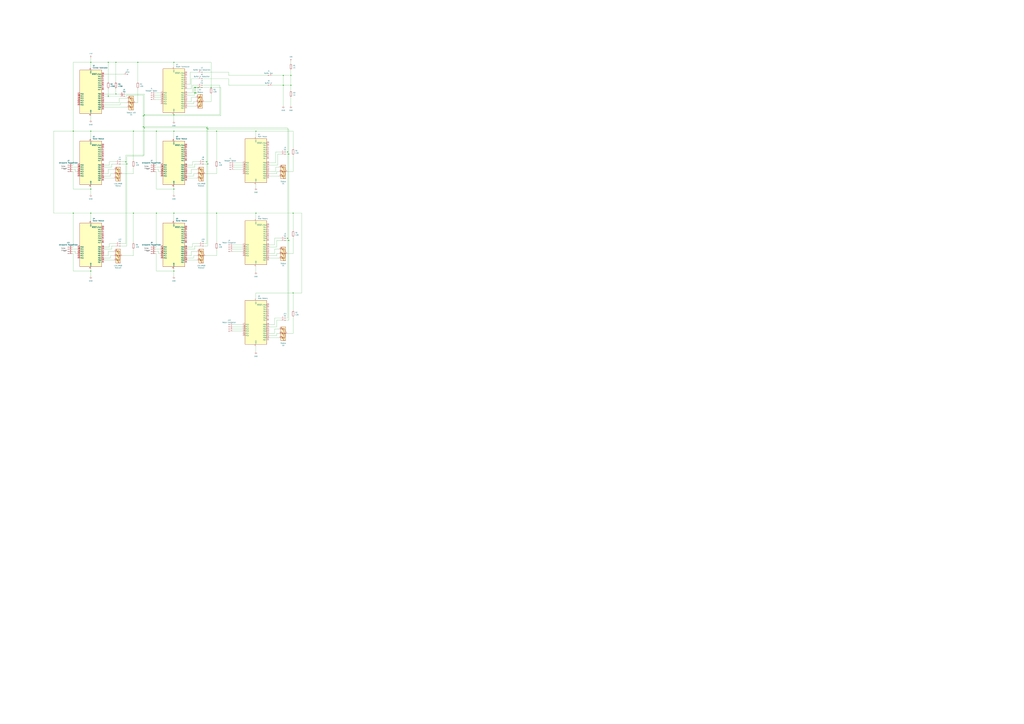
<source format=kicad_sch>
(kicad_sch (version 20231120) (generator "eeschema") (generator_version "8.0")
  (paper "A0")
  (lib_symbols
    (symbol "Connector:Conn_01x01_Pin" (pin_names (offset 1.016) hide)
      (property "Reference" "J" (at 0 2.54 0))
      (property "Value" "Conn_01x01_Pin" (at 0 -2.54 0))
      (symbol "Conn_01x01_Pin_1_1"
        (polyline (pts (xy 1.27 0) (xy 0.8636 0)) (stroke (width 0.1524)))
        (rectangle (start 0.8636 0.127) (end 0 -0.127) (stroke (width 0.1524)) (fill (type outline)))
        (pin passive line (at 5.08 0 180) (length 3.81) (name "Pin_1") (number "1"))
      )
    )
    (symbol "Connector:Conn_01x02_Pin" (pin_names (offset 1.016) hide)
      (property "Reference" "J" (at 0 2.54 0))
      (property "Value" "Conn_01x02_Pin" (at 0 -5.08 0))
      (symbol "Conn_01x02_Pin_1_1"
        (polyline (pts (xy 1.27 -2.54) (xy 0.8636 -2.54)) (stroke (width 0.1524)))
        (polyline (pts (xy 1.27 0) (xy 0.8636 0)) (stroke (width 0.1524)))
        (rectangle (start 0.8636 -2.413) (end 0 -2.667) (stroke (width 0.1524)) (fill (type outline)))
        (rectangle (start 0.8636 0.127) (end 0 -0.127) (stroke (width 0.1524)) (fill (type outline)))
        (pin passive line (at 5.08 0 180) (length 3.81) (name "Pin_1") (number "1"))
        (pin passive line (at 5.08 -2.54 180) (length 3.81) (name "Pin_2") (number "2"))
      )
    )
    (symbol "Connector:Conn_01x04_Pin" (pin_names (offset 1.016) hide)
      (property "Reference" "J" (at 0 5.08 0))
      (property "Value" "Conn_01x04_Pin" (at 0 -7.62 0))
      (symbol "Conn_01x04_Pin_1_1"
        (polyline (pts (xy 1.27 -5.08) (xy 0.8636 -5.08)) (stroke (width 0.1524)))
        (polyline (pts (xy 1.27 -2.54) (xy 0.8636 -2.54)) (stroke (width 0.1524)))
        (polyline (pts (xy 1.27 0) (xy 0.8636 0)) (stroke (width 0.1524)))
        (polyline (pts (xy 1.27 2.54) (xy 0.8636 2.54)) (stroke (width 0.1524)))
        (rectangle (start 0.8636 -4.953) (end 0 -5.207) (stroke (width 0.1524)) (fill (type outline)))
        (rectangle (start 0.8636 -2.413) (end 0 -2.667) (stroke (width 0.1524)) (fill (type outline)))
        (rectangle (start 0.8636 0.127) (end 0 -0.127) (stroke (width 0.1524)) (fill (type outline)))
        (rectangle (start 0.8636 2.667) (end 0 2.413) (stroke (width 0.1524)) (fill (type outline)))
        (pin passive line (at 5.08 2.54 180) (length 3.81) (name "Pin_1") (number "1"))
        (pin passive line (at 5.08 0 180) (length 3.81) (name "Pin_2") (number "2"))
        (pin passive line (at 5.08 -2.54 180) (length 3.81) (name "Pin_3") (number "3"))
        (pin passive line (at 5.08 -5.08 180) (length 3.81) (name "Pin_4") (number "4"))
      )
    )
    (symbol "Device:LED_ARGB" (pin_names (offset 0) hide)
      (property "Reference" "D" (at 0 9.398 0))
      (property "Value" "LED_ARGB" (at 0 -8.89 0))
      (symbol "LED_ARGB_0_0"
        (text "B" (at -1.905 -6.35 0) (effects (font (size 1.27 1.27))))
        (text "G" (at -1.905 -1.27 0) (effects (font (size 1.27 1.27))))
        (text "R" (at -1.905 3.81 0) (effects (font (size 1.27 1.27))))
      )
      (symbol "LED_ARGB_0_1"
        (polyline (pts (xy -1.27 -5.08) (xy -2.54 -5.08)))
        (polyline (pts (xy -1.27 -5.08) (xy 1.27 -5.08)))
        (polyline (pts (xy -1.27 -3.81) (xy -1.27 -6.35)) (stroke (width 0.254)))
        (polyline (pts (xy -1.27 0) (xy -2.54 0)))
        (polyline (pts (xy -1.27 1.27) (xy -1.27 -1.27)) (stroke (width 0.254)))
        (polyline (pts (xy -1.27 5.08) (xy -2.54 5.08)))
        (polyline (pts (xy -1.27 5.08) (xy 1.27 5.08)))
        (polyline (pts (xy -1.27 6.35) (xy -1.27 3.81)) (stroke (width 0.254)))
        (polyline (pts (xy 1.27 0) (xy -1.27 0)))
        (polyline (pts (xy 1.27 0) (xy 2.54 0)))
        (polyline (pts (xy -1.27 1.27) (xy -1.27 -1.27) (xy -1.27 -1.27)))
        (polyline (pts (xy -1.27 6.35) (xy -1.27 3.81) (xy -1.27 3.81)))
        (polyline (pts (xy 1.27 -5.08) (xy 2.032 -5.08) (xy 2.032 5.08) (xy 1.27 5.08)))
        (polyline (pts (xy 1.27 -3.81) (xy 1.27 -6.35) (xy -1.27 -5.08) (xy 1.27 -3.81)) (stroke (width 0.254)))
        (polyline (pts (xy 1.27 1.27) (xy 1.27 -1.27) (xy -1.27 0) (xy 1.27 1.27)) (stroke (width 0.254)))
        (polyline (pts (xy 1.27 6.35) (xy 1.27 3.81) (xy -1.27 5.08) (xy 1.27 6.35)) (stroke (width 0.254)))
        (polyline (pts (xy -1.016 -3.81) (xy 0.508 -2.286) (xy -0.254 -2.286) (xy 0.508 -2.286) (xy 0.508 -3.048)))
        (polyline (pts (xy -1.016 1.27) (xy 0.508 2.794) (xy -0.254 2.794) (xy 0.508 2.794) (xy 0.508 2.032)))
        (polyline (pts (xy -1.016 6.35) (xy 0.508 7.874) (xy -0.254 7.874) (xy 0.508 7.874) (xy 0.508 7.112)))
        (polyline (pts (xy 0 -3.81) (xy 1.524 -2.286) (xy 0.762 -2.286) (xy 1.524 -2.286) (xy 1.524 -3.048)))
        (polyline (pts (xy 0 1.27) (xy 1.524 2.794) (xy 0.762 2.794) (xy 1.524 2.794) (xy 1.524 2.032)))
        (polyline (pts (xy 0 6.35) (xy 1.524 7.874) (xy 0.762 7.874) (xy 1.524 7.874) (xy 1.524 7.112)))
        (rectangle (start 1.27 -1.27) (end 1.27 1.27))
        (rectangle (start 1.27 1.27) (end 1.27 1.27))
        (rectangle (start 1.27 3.81) (end 1.27 6.35))
        (rectangle (start 1.27 6.35) (end 1.27 6.35))
        (circle (center 2.032 0) (radius 0.254) (fill (type outline)))
        (rectangle (start 2.794 8.382) (end -2.794 -7.62) (stroke (width 0.254)) (fill (type background)))
      )
      (symbol "LED_ARGB_1_1"
        (pin passive line (at 5.08 0 180) (length 2.54) (name "A") (number "1"))
        (pin passive line (at -5.08 5.08 0) (length 2.54) (name "RK") (number "2"))
        (pin passive line (at -5.08 0 0) (length 2.54) (name "GK") (number "3"))
        (pin passive line (at -5.08 -5.08 0) (length 2.54) (name "BK") (number "4"))
      )
    )
    (symbol "Device:R" (pin_numbers hide) (pin_names (offset 0))
      (property "Reference" "R" (at 2.032 0 90))
      (property "Value" "R" (at 0 0 90))
      (symbol "R_0_1"
        (rectangle (start -1.016 -2.54) (end 1.016 2.54) (stroke (width 0.254)))
      )
      (symbol "R_1_1"
        (pin passive line (at 0 3.81 270) (length 1.27) (name "~") (number "1"))
        (pin passive line (at 0 -3.81 90) (length 1.27) (name "~") (number "2"))
      )
    )
    (symbol "MCU_Microchip_ATtiny:ATtiny1627-M"
      (property "Reference" "U" (at -12.7 26.67 0))
      (property "Value" "ATtiny1627-M" (at 2.54 -26.67 0))
      (symbol "ATtiny1627-M_0_1"
        (rectangle (start -12.7 -25.4) (end 12.7 25.4) (stroke (width 0.254)) (fill (type background)))
      )
      (symbol "ATtiny1627-M_1_1"
        (pin bidirectional line (at 15.24 15.24 180) (length 2.54) (name "PA2") (number "1"))
        (pin bidirectional line (at 15.24 -17.78 180) (length 2.54) (name "PB6") (number "10"))
        (pin bidirectional line (at 15.24 -15.24 180) (length 2.54) (name "PB5") (number "11"))
        (pin bidirectional line (at 15.24 -12.7 180) (length 2.54) (name "PB4") (number "12"))
        (pin bidirectional line (at 15.24 -10.16 180) (length 2.54) (name "PB3") (number "13"))
        (pin bidirectional line (at 15.24 -7.62 180) (length 2.54) (name "PB2") (number "14"))
        (pin bidirectional line (at 15.24 -5.08 180) (length 2.54) (name "PB1") (number "15"))
        (pin bidirectional line (at 15.24 -2.54 180) (length 2.54) (name "PB0") (number "16"))
        (pin bidirectional line (at -15.24 -2.54 0) (length 2.54) (name "PC0") (number "17"))
        (pin bidirectional line (at -15.24 -5.08 0) (length 2.54) (name "PC1") (number "18"))
        (pin bidirectional line (at -15.24 -7.62 0) (length 2.54) (name "PC2") (number "19"))
        (pin bidirectional line (at 15.24 12.7 180) (length 2.54) (name "PA3") (number "2"))
        (pin bidirectional line (at -15.24 -10.16 0) (length 2.54) (name "PC3") (number "20"))
        (pin bidirectional line (at -15.24 -12.7 0) (length 2.54) (name "PC4") (number "21"))
        (pin bidirectional line (at -15.24 -15.24 0) (length 2.54) (name "PC5") (number "22"))
        (pin bidirectional line (at 15.24 20.32 180) (length 2.54) (name "~{RESET}/PA0") (number "23"))
        (pin bidirectional line (at 15.24 17.78 180) (length 2.54) (name "PA1") (number "24"))
        (pin passive line (at 0 -27.94 90) (length 2.54) hide (name "GND") (number "25"))
        (pin power_in line (at 0 -27.94 90) (length 2.54) (name "GND") (number "3"))
        (pin power_in line (at 0 27.94 270) (length 2.54) (name "VCC") (number "4"))
        (pin bidirectional line (at 15.24 10.16 180) (length 2.54) (name "PA4") (number "5"))
        (pin bidirectional line (at 15.24 7.62 180) (length 2.54) (name "PA5") (number "6"))
        (pin bidirectional line (at 15.24 5.08 180) (length 2.54) (name "PA6") (number "7"))
        (pin bidirectional line (at 15.24 2.54 180) (length 2.54) (name "PA7") (number "8"))
        (pin bidirectional line (at 15.24 -20.32 180) (length 2.54) (name "PB7") (number "9"))
      )
    )
    (symbol "power:+4V" (power) (pin_numbers hide) (pin_names (offset 0) hide)
      (property "Value" "+4V" (at 0 3.556 0))
      (symbol "+4V_0_1"
        (polyline (pts (xy -0.762 1.27) (xy 0 2.54)))
        (polyline (pts (xy 0 0) (xy 0 2.54)))
        (polyline (pts (xy 0 2.54) (xy 0.762 1.27)))
      )
      (symbol "+4V_1_1"
        (pin power_in line (at 0 0 90) (length 0) (name "~") (number "1"))
      )
    )
    (symbol "power:+6V" (power) (pin_numbers hide) (pin_names (offset 0) hide)
      (property "Value" "+6V" (at 0 3.556 0))
      (symbol "+6V_0_1"
        (polyline (pts (xy -0.762 1.27) (xy 0 2.54)))
        (polyline (pts (xy 0 0) (xy 0 2.54)))
        (polyline (pts (xy 0 2.54) (xy 0.762 1.27)))
      )
      (symbol "+6V_1_1"
        (pin power_in line (at 0 0 90) (length 0) (name "~") (number "1"))
      )
    )
    (symbol "power:GND" (power) (pin_numbers hide) (pin_names (offset 0) hide)
      (property "Value" "GND" (at 0 -3.81 0))
      (symbol "GND_0_1"
        (polyline (pts (xy 0 0) (xy 0 -1.27) (xy 1.27 -1.27) (xy 0 -2.54) (xy -1.27 -1.27) (xy 0 -1.27)))
      )
      (symbol "GND_1_1"
        (pin power_in line (at 0 0 270) (length 0) (name "~") (number "1"))
      )
    )
  )
  (junction (at 105.41 152.4))
  (junction (at 334.01 276.86))
  (junction (at 181.61 152.4))
  (junction (at 166.37 147.32))
  (junction (at 181.61 247.65))
  (junction (at 335.28 279.4))
  (junction (at 337.82 87.63))
  (junction (at 167.64 133.35))
  (junction (at 105.41 72.39))
  (junction (at 227.33 101.6))
  (junction (at 240.03 148.59))
  (junction (at 226.06 101.6))
  (junction (at 201.93 152.4))
  (junction (at 328.93 87.63))
  (junction (at 201.93 133.35))
  (junction (at 335.28 179.07))
  (junction (at 226.06 107.95))
  (junction (at 227.33 107.95))
  (junction (at 154.94 247.65))
  (junction (at 240.03 187.96))
  (junction (at 201.93 72.39))
  (junction (at 146.05 187.96))
  (junction (at 241.3 190.5))
  (junction (at 125.73 72.39))
  (junction (at 105.41 219.71))
  (junction (at 297.18 152.4))
  (junction (at 334.01 176.53))
  (junction (at 245.11 101.6))
  (junction (at 167.64 148.59))
  (junction (at 328.93 99.06))
  (junction (at 125.73 111.76))
  (junction (at 105.41 247.65))
  (junction (at 251.46 152.4))
  (junction (at 297.18 247.65))
  (junction (at 147.32 190.5))
  (junction (at 166.37 134.62))
  (junction (at 337.82 99.06))
  (junction (at 229.87 101.6))
  (junction (at 251.46 247.65))
  (junction (at 85.09 152.4))
  (junction (at 241.3 149.86))
  (junction (at 340.36 247.65))
  (junction (at 134.62 109.22))
  (junction (at 201.93 247.65))
  (junction (at 105.41 314.96))
  (junction (at 201.93 314.96))
  (junction (at 85.09 247.65))
  (junction (at 340.36 340.36))
  (junction (at 160.02 72.39))
  (junction (at 154.94 152.4))
  (junction (at 201.93 219.71))
  (junction (at 134.62 72.39))
  (wire (pts (xy 87.63 292.1) (xy 83.82 292.1)))
  (wire (pts (xy 328.93 99.06) (xy 328.93 123.19)))
  (wire (pts (xy 320.04 176.53) (xy 326.39 176.53)))
  (wire (pts (xy 335.28 149.86) (xy 335.28 179.07)))
  (wire (pts (xy 184.15 294.64) (xy 184.15 292.1)))
  (wire (pts (xy 240.03 187.96) (xy 240.03 283.21)))
  (wire (pts (xy 236.22 283.21) (xy 240.03 283.21)))
  (wire (pts (xy 85.09 287.02) (xy 85.09 247.65)))
  (wire (pts (xy 270.51 292.1) (xy 281.94 292.1)))
  (wire (pts (xy 180.34 113.03) (xy 186.69 113.03)))
  (wire (pts (xy 224.79 201.93) (xy 228.6 201.93)))
  (wire (pts (xy 180.34 199.39) (xy 181.61 199.39)))
  (wire (pts (xy 241.3 149.86) (xy 241.3 190.5)))
  (wire (pts (xy 322.58 191.77) (xy 322.58 179.07)))
  (wire (pts (xy 201.93 72.39) (xy 201.93 77.47)))
  (wire (pts (xy 201.93 314.96) (xy 201.93 321.31)))
  (wire (pts (xy 217.17 297.18) (xy 222.25 297.18)))
  (wire (pts (xy 328.93 87.63) (xy 337.82 87.63)))
  (wire (pts (xy 331.47 276.86) (xy 334.01 276.86)))
  (wire (pts (xy 167.64 180.34) (xy 146.05 180.34)))
  (wire (pts (xy 312.42 204.47) (xy 323.85 204.47)))
  (wire (pts (xy 245.11 72.39) (xy 245.11 101.6)))
  (wire (pts (xy 226.06 194.31) (xy 226.06 190.5)))
  (wire (pts (xy 245.11 109.22) (xy 245.11 118.11)))
  (wire (pts (xy 120.65 109.22) (xy 134.62 109.22)))
  (wire (pts (xy 245.11 101.6) (xy 256.54 101.6)))
  (wire (pts (xy 120.65 302.26) (xy 132.08 302.26)))
  (wire (pts (xy 321.31 389.89) (xy 321.31 387.35)))
  (wire (pts (xy 297.18 152.4) (xy 297.18 158.75)))
  (wire (pts (xy 105.41 219.71) (xy 105.41 226.06)))
  (wire (pts (xy 128.27 204.47) (xy 128.27 201.93)))
  (wire (pts (xy 184.15 199.39) (xy 184.15 196.85)))
  (wire (pts (xy 201.93 152.4) (xy 201.93 161.29)))
  (wire (pts (xy 217.17 120.65) (xy 224.79 120.65)))
  (wire (pts (xy 297.18 340.36) (xy 297.18 346.71)))
  (wire (pts (xy 240.03 148.59) (xy 240.03 187.96)))
  (wire (pts (xy 234.95 187.96) (xy 240.03 187.96)))
  (wire (pts (xy 160.02 72.39) (xy 201.93 72.39)))
  (wire (pts (xy 201.93 217.17) (xy 201.93 219.71)))
  (wire (pts (xy 312.42 392.43) (xy 323.85 392.43)))
  (wire (pts (xy 160.02 72.39) (xy 134.62 72.39)))
  (wire (pts (xy 142.24 297.18) (xy 154.94 297.18)))
  (wire (pts (xy 166.37 147.32) (xy 166.37 181.61)))
  (wire (pts (xy 134.62 72.39) (xy 134.62 95.25)))
  (wire (pts (xy 166.37 110.49) (xy 166.37 134.62)))
  (wire (pts (xy 105.41 152.4) (xy 105.41 161.29)))
  (wire (pts (xy 265.43 99.06) (xy 311.15 99.06)))
  (wire (pts (xy 85.09 152.4) (xy 105.41 152.4)))
  (wire (pts (xy 229.87 101.6) (xy 229.87 107.95)))
  (wire (pts (xy 125.73 72.39) (xy 105.41 72.39)))
  (wire (pts (xy 297.18 309.88) (xy 297.18 316.23)))
  (wire (pts (xy 222.25 292.1) (xy 228.6 292.1)))
  (wire (pts (xy 181.61 287.02) (xy 181.61 247.65)))
  (wire (pts (xy 312.42 189.23) (xy 320.04 189.23)))
  (wire (pts (xy 120.65 119.38) (xy 138.43 119.38)))
  (wire (pts (xy 312.42 377.19) (xy 318.77 377.19)))
  (wire (pts (xy 217.17 123.19) (xy 227.33 123.19)))
  (wire (pts (xy 224.79 118.11) (xy 227.33 118.11)))
  (wire (pts (xy 224.79 120.65) (xy 224.79 118.11)))
  (wire (pts (xy 180.34 194.31) (xy 186.69 194.31)))
  (wire (pts (xy 217.17 194.31) (xy 226.06 194.31)))
  (wire (pts (xy 321.31 279.4) (xy 326.39 279.4)))
  (wire (pts (xy 201.93 247.65) (xy 201.93 256.54)))
  (wire (pts (xy 144.78 109.22) (xy 167.64 109.22)))
  (wire (pts (xy 226.06 289.56) (xy 226.06 285.75)))
  (wire (pts (xy 83.82 199.39) (xy 85.09 199.39)))
  (wire (pts (xy 297.18 402.59) (xy 297.18 408.94)))
  (wire (pts (xy 83.82 194.31) (xy 90.17 194.31)))
  (wire (pts (xy 167.64 148.59) (xy 240.03 148.59)))
  (wire (pts (xy 340.36 247.65) (xy 350.52 247.65)))
  (wire (pts (xy 181.61 199.39) (xy 181.61 219.71)))
  (wire (pts (xy 139.7 121.92) (xy 139.7 119.38)))
  (wire (pts (xy 297.18 214.63) (xy 297.18 218.44)))
  (wire (pts (xy 222.25 196.85) (xy 228.6 196.85)))
  (wire (pts (xy 331.47 279.4) (xy 335.28 279.4)))
  (wire (pts (xy 129.54 289.56) (xy 129.54 285.75)))
  (wire (pts (xy 251.46 186.69) (xy 251.46 152.4)))
  (wire (pts (xy 120.65 111.76) (xy 125.73 111.76)))
  (wire (pts (xy 83.82 287.02) (xy 85.09 287.02)))
  (wire (pts (xy 318.77 276.86) (xy 326.39 276.86)))
  (wire (pts (xy 180.34 191.77) (xy 181.61 191.77)))
  (wire (pts (xy 217.17 102.87) (xy 222.25 102.87)))
  (wire (pts (xy 223.52 187.96) (xy 231.14 187.96)))
  (wire (pts (xy 241.3 149.86) (xy 335.28 149.86)))
  (wire (pts (xy 241.3 190.5) (xy 241.3 285.75)))
  (wire (pts (xy 340.36 360.68) (xy 340.36 340.36)))
  (wire (pts (xy 229.87 101.6) (xy 245.11 101.6)))
  (wire (pts (xy 120.65 201.93) (xy 125.73 201.93)))
  (wire (pts (xy 226.06 107.95) (xy 224.79 107.95)))
  (wire (pts (xy 154.94 281.94) (xy 154.94 247.65)))
  (wire (pts (xy 160.02 72.39) (xy 160.02 95.25)))
  (wire (pts (xy 87.63 196.85) (xy 83.82 196.85)))
  (wire (pts (xy 312.42 201.93) (xy 321.31 201.93)))
  (wire (pts (xy 328.93 99.06) (xy 337.82 99.06)))
  (wire (pts (xy 201.93 312.42) (xy 201.93 314.96)))
  (wire (pts (xy 217.17 302.26) (xy 228.6 302.26)))
  (wire (pts (xy 312.42 284.48) (xy 318.77 284.48)))
  (wire (pts (xy 166.37 134.62) (xy 166.37 147.32)))
  (wire (pts (xy 224.79 299.72) (xy 224.79 297.18)))
  (wire (pts (xy 236.22 285.75) (xy 241.3 285.75)))
  (wire (pts (xy 167.64 109.22) (xy 167.64 133.35)))
  (wire (pts (xy 321.31 201.93) (xy 321.31 199.39)))
  (wire (pts (xy 331.47 179.07) (xy 335.28 179.07)))
  (wire (pts (xy 181.61 314.96) (xy 201.93 314.96)))
  (wire (pts (xy 316.23 99.06) (xy 328.93 99.06)))
  (wire (pts (xy 340.36 267.97) (xy 340.36 247.65)))
  (wire (pts (xy 127 191.77) (xy 127 187.96)))
  (wire (pts (xy 318.77 387.35) (xy 318.77 382.27)))
  (wire (pts (xy 222.25 201.93) (xy 222.25 196.85)))
  (wire (pts (xy 181.61 152.4) (xy 201.93 152.4)))
  (wire (pts (xy 223.52 287.02) (xy 223.52 283.21)))
  (wire (pts (xy 217.17 299.72) (xy 224.79 299.72)))
  (wire (pts (xy 128.27 299.72) (xy 128.27 297.18)))
  (wire (pts (xy 85.09 152.4) (xy 85.09 72.39)))
  (wire (pts (xy 270.51 377.19) (xy 281.94 377.19)))
  (wire (pts (xy 316.23 87.63) (xy 328.93 87.63)))
  (wire (pts (xy 120.65 289.56) (xy 129.54 289.56)))
  (wire (pts (xy 312.42 299.72) (xy 323.85 299.72)))
  (wire (pts (xy 125.73 297.18) (xy 125.73 292.1)))
  (wire (pts (xy 251.46 152.4) (xy 297.18 152.4)))
  (wire (pts (xy 312.42 387.35) (xy 318.77 387.35)))
  (wire (pts (xy 138.43 190.5) (xy 147.32 190.5)))
  (wire (pts (xy 120.65 121.92) (xy 139.7 121.92)))
  (wire (pts (xy 265.43 91.44) (xy 265.43 99.06)))
  (wire (pts (xy 154.94 186.69) (xy 154.94 152.4)))
  (wire (pts (xy 105.41 314.96) (xy 105.41 321.31)))
  (wire (pts (xy 312.42 294.64) (xy 318.77 294.64)))
  (wire (pts (xy 227.33 107.95) (xy 226.06 107.95)))
  (wire (pts (xy 138.43 119.38) (xy 138.43 114.3)))
  (wire (pts (xy 217.17 118.11) (xy 222.25 118.11)))
  (wire (pts (xy 321.31 294.64) (xy 323.85 294.64)))
  (wire (pts (xy 87.63 294.64) (xy 87.63 292.1)))
  (wire (pts (xy 154.94 152.4) (xy 181.61 152.4)))
  (wire (pts (xy 85.09 199.39) (xy 85.09 219.71)))
  (wire (pts (xy 157.48 119.38) (xy 160.02 119.38)))
  (wire (pts (xy 223.52 99.06) (xy 229.87 99.06)))
  (wire (pts (xy 128.27 297.18) (xy 132.08 297.18)))
  (wire (pts (xy 167.64 133.35) (xy 201.93 133.35)))
  (wire (pts (xy 134.62 102.87) (xy 134.62 109.22)))
  (wire (pts (xy 120.65 287.02) (xy 127 287.02)))
  (wire (pts (xy 223.52 107.95) (xy 223.52 99.06)))
  (wire (pts (xy 105.41 247.65) (xy 105.41 256.54)))
  (wire (pts (xy 125.73 102.87) (xy 125.73 111.76)))
  (wire (pts (xy 222.25 118.11) (xy 222.25 113.03)))
  (wire (pts (xy 224.79 101.6) (xy 224.79 107.95)))
  (wire (pts (xy 251.46 281.94) (xy 251.46 247.65)))
  (wire (pts (xy 321.31 387.35) (xy 323.85 387.35)))
  (wire (pts (xy 90.17 199.39) (xy 87.63 199.39)))
  (wire (pts (xy 234.95 99.06) (xy 255.27 99.06)))
  (wire (pts (xy 318.77 294.64) (xy 318.77 289.56)))
  (wire (pts (xy 154.94 201.93) (xy 154.94 194.31)))
  (wire (pts (xy 321.31 199.39) (xy 323.85 199.39)))
  (wire (pts (xy 271.78 194.31) (xy 281.94 194.31)))
  (wire (pts (xy 62.23 247.65) (xy 62.23 152.4)))
  (wire (pts (xy 139.7 283.21) (xy 146.05 283.21)))
  (wire (pts (xy 167.64 148.59) (xy 167.64 180.34)))
  (wire (pts (xy 270.51 289.56) (xy 281.94 289.56)))
  (wire (pts (xy 85.09 191.77) (xy 85.09 152.4)))
  (wire (pts (xy 251.46 201.93) (xy 251.46 194.31)))
  (wire (pts (xy 312.42 379.73) (xy 321.31 379.73)))
  (wire (pts (xy 265.43 83.82) (xy 265.43 87.63)))
  (wire (pts (xy 318.77 382.27) (xy 323.85 382.27)))
  (wire (pts (xy 271.78 189.23) (xy 281.94 189.23)))
  (wire (pts (xy 223.52 283.21) (xy 231.14 283.21)))
  (wire (pts (xy 321.31 372.11) (xy 326.39 372.11)))
  (wire (pts (xy 184.15 292.1) (xy 180.34 292.1)))
  (wire (pts (xy 238.76 297.18) (xy 251.46 297.18)))
  (wire (pts (xy 120.65 86.36) (xy 143.51 86.36)))
  (wire (pts (xy 312.42 389.89) (xy 321.31 389.89)))
  (wire (pts (xy 340.36 387.35) (xy 334.01 387.35)))
  (wire (pts (xy 154.94 152.4) (xy 105.41 152.4)))
  (wire (pts (xy 265.43 87.63) (xy 311.15 87.63)))
  (wire (pts (xy 186.69 294.64) (xy 184.15 294.64)))
  (wire (pts (xy 83.82 191.77) (xy 85.09 191.77)))
  (wire (pts (xy 87.63 199.39) (xy 87.63 196.85)))
  (wire (pts (xy 337.82 71.12) (xy 337.82 73.66)))
  (wire (pts (xy 222.25 297.18) (xy 222.25 292.1)))
  (wire (pts (xy 127 287.02) (xy 127 283.21)))
  (wire (pts (xy 224.79 204.47) (xy 224.79 201.93)))
  (wire (pts (xy 270.51 384.81) (xy 281.94 384.81)))
  (wire (pts (xy 139.7 119.38) (xy 147.32 119.38)))
  (wire (pts (xy 134.62 72.39) (xy 125.73 72.39)))
  (wire (pts (xy 217.17 110.49) (xy 226.06 110.49)))
  (wire (pts (xy 181.61 219.71) (xy 201.93 219.71)))
  (wire (pts (xy 270.51 284.48) (xy 281.94 284.48)))
  (wire (pts (xy 226.06 110.49) (xy 226.06 107.95)))
  (wire (pts (xy 340.36 247.65) (xy 297.18 247.65)))
  (wire (pts (xy 105.41 67.31) (xy 105.41 72.39)))
  (wire (pts (xy 181.61 191.77) (xy 181.61 152.4)))
  (wire (pts (xy 217.17 191.77) (xy 223.52 191.77)))
  (wire (pts (xy 180.34 115.57) (xy 186.69 115.57)))
  (wire (pts (xy 129.54 190.5) (xy 134.62 190.5)))
  (wire (pts (xy 105.41 72.39) (xy 105.41 78.74)))
  (wire (pts (xy 320.04 194.31) (xy 323.85 194.31)))
  (wire (pts (xy 251.46 297.18) (xy 251.46 289.56)))
  (wire (pts (xy 217.17 97.79) (xy 220.98 97.79)))
  (wire (pts (xy 180.34 287.02) (xy 181.61 287.02)))
  (wire (pts (xy 334.01 199.39) (xy 340.36 199.39)))
  (wire (pts (xy 166.37 134.62) (xy 256.54 134.62)))
  (wire (pts (xy 255.27 133.35) (xy 255.27 99.06)))
  (wire (pts (xy 120.65 204.47) (xy 128.27 204.47)))
  (wire (pts (xy 270.51 379.73) (xy 281.94 379.73)))
  (wire (pts (xy 340.36 368.3) (xy 340.36 387.35)))
  (wire (pts (xy 85.09 314.96) (xy 105.41 314.96)))
  (wire (pts (xy 120.65 297.18) (xy 125.73 297.18)))
  (wire (pts (xy 142.24 201.93) (xy 154.94 201.93)))
  (wire (pts (xy 335.28 179.07) (xy 335.28 279.4)))
  (wire (pts (xy 256.54 134.62) (xy 256.54 101.6)))
  (wire (pts (xy 226.06 101.6) (xy 224.79 101.6)))
  (wire (pts (xy 125.73 196.85) (xy 132.08 196.85)))
  (wire (pts (xy 85.09 219.71) (xy 105.41 219.71)))
  (wire (pts (xy 350.52 247.65) (xy 350.52 340.36)))
  (wire (pts (xy 181.61 294.64) (xy 181.61 314.96)))
  (wire (pts (xy 271.78 196.85) (xy 281.94 196.85)))
  (wire (pts (xy 224.79 297.18) (xy 228.6 297.18)))
  (wire (pts (xy 222.25 113.03) (xy 227.33 113.03)))
  (wire (pts (xy 85.09 247.65) (xy 62.23 247.65)))
  (wire (pts (xy 147.32 181.61) (xy 147.32 190.5)))
  (wire (pts (xy 83.82 289.56) (xy 90.17 289.56)))
  (wire (pts (xy 340.36 172.72) (xy 340.36 152.4)))
  (wire (pts (xy 337.82 113.03) (xy 337.82 123.19)))
  (wire (pts (xy 120.65 191.77) (xy 127 191.77)))
  (wire (pts (xy 154.94 247.65) (xy 181.61 247.65)))
  (wire (pts (xy 217.17 107.95) (xy 223.52 107.95)))
  (wire (pts (xy 331.47 176.53) (xy 334.01 176.53)))
  (wire (pts (xy 321.31 379.73) (xy 321.31 372.11)))
  (wire (pts (xy 312.42 297.18) (xy 321.31 297.18)))
  (wire (pts (xy 85.09 247.65) (xy 105.41 247.65)))
  (wire (pts (xy 234.95 83.82) (xy 265.43 83.82)))
  (wire (pts (xy 154.94 297.18) (xy 154.94 289.56)))
  (wire (pts (xy 147.32 111.76) (xy 147.32 110.49)))
  (wire (pts (xy 334.01 148.59) (xy 334.01 176.53)))
  (wire (pts (xy 166.37 181.61) (xy 147.32 181.61)))
  (wire (pts (xy 85.09 72.39) (xy 105.41 72.39)))
  (wire (pts (xy 227.33 101.6) (xy 227.33 107.95)))
  (wire (pts (xy 270.51 287.02) (xy 281.94 287.02)))
  (wire (pts (xy 167.64 133.35) (xy 167.64 148.59)))
  (wire (pts (xy 226.06 190.5) (xy 231.14 190.5)))
  (wire (pts (xy 129.54 285.75) (xy 134.62 285.75)))
  (wire (pts (xy 180.34 294.64) (xy 181.61 294.64)))
  (wire (pts (xy 220.98 83.82) (xy 229.87 83.82)))
  (wire (pts (xy 201.93 219.71) (xy 201.93 226.06)))
  (wire (pts (xy 226.06 101.6) (xy 226.06 107.95)))
  (wire (pts (xy 321.31 287.02) (xy 321.31 279.4)))
  (wire (pts (xy 241.3 147.32) (xy 241.3 149.86)))
  (wire (pts (xy 146.05 187.96) (xy 146.05 283.21)))
  (wire (pts (xy 217.17 287.02) (xy 223.52 287.02)))
  (wire (pts (xy 125.73 72.39) (xy 125.73 95.25)))
  (wire (pts (xy 217.17 204.47) (xy 224.79 204.47)))
  (wire (pts (xy 62.23 152.4) (xy 85.09 152.4)))
  (wire (pts (xy 350.52 340.36) (xy 340.36 340.36)))
  (wire (pts (xy 160.02 102.87) (xy 160.02 119.38)))
  (wire (pts (xy 201.93 133.35) (xy 255.27 133.35)))
  (wire (pts (xy 337.82 99.06) (xy 337.82 105.41)))
  (wire (pts (xy 223.52 191.77) (xy 223.52 187.96)))
  (wire (pts (xy 320.04 189.23) (xy 320.04 176.53)))
  (wire (pts (xy 154.94 247.65) (xy 105.41 247.65)))
  (wire (pts (xy 226.06 101.6) (xy 227.33 101.6)))
  (wire (pts (xy 271.78 191.77) (xy 281.94 191.77)))
  (wire (pts (xy 83.82 294.64) (xy 85.09 294.64)))
  (wire (pts (xy 340.36 275.59) (xy 340.36 294.64)))
  (wire (pts (xy 322.58 179.07) (xy 326.39 179.07)))
  (wire (pts (xy 331.47 372.11) (xy 335.28 372.11)))
  (wire (pts (xy 125.73 201.93) (xy 125.73 196.85)))
  (wire (pts (xy 128.27 201.93) (xy 132.08 201.93)))
  (wire (pts (xy 186.69 199.39) (xy 184.15 199.39)))
  (wire (pts (xy 85.09 294.64) (xy 85.09 314.96)))
  (wire (pts (xy 238.76 201.93) (xy 251.46 201.93)))
  (wire (pts (xy 217.17 201.93) (xy 222.25 201.93)))
  (wire (pts (xy 147.32 110.49) (xy 166.37 110.49)))
  (wire (pts (xy 125.73 292.1) (xy 132.08 292.1)))
  (wire (pts (xy 270.51 382.27) (xy 281.94 382.27)))
  (wire (pts (xy 181.61 247.65) (xy 201.93 247.65)))
  (wire (pts (xy 120.65 124.46) (xy 147.32 124.46)))
  (wire (pts (xy 337.82 87.63) (xy 337.82 99.06)))
  (wire (pts (xy 334.01 276.86) (xy 334.01 369.57)))
  (wire (pts (xy 146.05 180.34) (xy 146.05 187.96)))
  (wire (pts (xy 217.17 289.56) (xy 226.06 289.56)))
  (wire (pts (xy 234.95 91.44) (xy 265.43 91.44)))
  (wire (pts (xy 201.93 133.35) (xy 201.93 140.97)))
  (wire (pts (xy 139.7 187.96) (xy 146.05 187.96)))
  (wire (pts (xy 328.93 87.63) (xy 328.93 99.06)))
  (wire (pts (xy 120.65 207.01) (xy 132.08 207.01)))
  (wire (pts (xy 340.36 294.64) (xy 334.01 294.64)))
  (wire (pts (xy 134.62 109.22) (xy 139.7 109.22)))
  (wire (pts (xy 331.47 369.57) (xy 334.01 369.57)))
  (wire (pts (xy 237.49 118.11) (xy 245.11 118.11)))
  (wire (pts (xy 251.46 152.4) (xy 201.93 152.4)))
  (wire (pts (xy 340.36 199.39) (xy 340.36 180.34)))
  (wire (pts (xy 318.77 377.19) (xy 318.77 369.57)))
  (wire (pts (xy 297.18 152.4) (xy 340.36 152.4)))
  (wire (pts (xy 220.98 97.79) (xy 220.98 83.82)))
  (wire (pts (xy 105.41 217.17) (xy 105.41 219.71)))
  (wire (pts (xy 229.87 107.95) (xy 227.33 107.95)))
  (wire (pts (xy 251.46 247.65) (xy 201.93 247.65)))
  (wire (pts (xy 217.17 207.01) (xy 228.6 207.01)))
  (wire (pts (xy 226.06 285.75) (xy 231.14 285.75)))
  (wire (pts (xy 222.25 91.44) (xy 229.87 91.44)))
  (wire (pts (xy 297.18 247.65) (xy 297.18 254)))
  (wire (pts (xy 321.31 297.18) (xy 321.31 294.64)))
  (wire (pts (xy 127 187.96) (xy 134.62 187.96)))
  (wire (pts (xy 105.41 134.62) (xy 105.41 139.7)))
  (wire (pts (xy 105.41 312.42) (xy 105.41 314.96)))
  (wire (pts (xy 229.87 101.6) (xy 227.33 101.6)))
  (wire (pts (xy 335.28 279.4) (xy 335.28 372.11)))
  (wire (pts (xy 180.34 289.56) (xy 186.69 289.56)))
  (wire (pts (xy 125.73 111.76) (xy 139.7 111.76)))
  (wire (pts (xy 138.43 114.3) (xy 147.32 114.3)))
  (wire (pts (xy 318.77 369.57) (xy 326.39 369.57)))
  (wire (pts (xy 180.34 107.95) (xy 186.69 107.95)))
  (wire (pts (xy 312.42 199.39) (xy 320.04 199.39)))
  (wire (pts (xy 127 283.21) (xy 134.62 283.21)))
  (wire (pts (xy 334.01 176.53) (xy 334.01 276.86)))
  (wire (pts (xy 166.37 147.32) (xy 241.3 147.32)))
  (wire (pts (xy 201.93 72.39) (xy 245.11 72.39)))
  (wire (pts (xy 129.54 194.31) (xy 129.54 190.5)))
  (wire (pts (xy 340.36 340.36) (xy 297.18 340.36)))
  (wire (pts (xy 90.17 294.64) (xy 87.63 294.64)))
  (wire (pts (xy 234.95 190.5) (xy 241.3 190.5)))
  (wire (pts (xy 184.15 196.85) (xy 180.34 196.85)))
  (wire (pts (xy 180.34 110.49) (xy 186.69 110.49)))
  (wire (pts (xy 139.7 285.75) (xy 147.32 285.75)))
  (wire (pts (xy 312.42 191.77) (xy 322.58 191.77)))
  (wire (pts (xy 337.82 81.28) (xy 337.82 87.63)))
  (wire (pts (xy 320.04 199.39) (xy 320.04 194.31)))
  (wire (pts (xy 240.03 148.59) (xy 334.01 148.59)))
  (wire (pts (xy 144.78 111.76) (xy 147.32 111.76)))
  (wire (pts (xy 251.46 247.65) (xy 297.18 247.65)))
  (wire (pts (xy 318.77 289.56) (xy 323.85 289.56)))
  (wire (pts (xy 120.65 194.31) (xy 129.54 194.31)))
  (wire (pts (xy 312.42 287.02) (xy 321.31 287.02)))
  (wire (pts (xy 318.77 284.48) (xy 318.77 276.86)))
  (wire (pts (xy 147.32 190.5) (xy 147.32 285.75)))
  (wire (pts (xy 222.25 102.87) (xy 222.25 91.44)))
  (wire (pts (xy 120.65 299.72) (xy 128.27 299.72)))
  (label "Echo" (at 167.64 194.31 0))
  (label "Echo" (at 71.12 194.31 0))
  (label "Trigger" (at 71.12 292.1 0))
  (label "Trigger" (at 167.64 196.85 0))
  (label "Trigger" (at 71.12 196.85 0))
  (label "Trigger" (at 167.64 292.1 0))
  (label "Echo" (at 167.64 289.56 0))
  (label "Echo" (at 71.12 289.56 0))
  (symbol (lib_id "power:GND") (at 201.93 321.31 0) (unit 1)
    (property "Reference" "#PWR09" (effects (hide yes)))
    (property "Value" "GND" (at 201.93 326.39 0))
    (property "Description" "Power symbol creates a global label with name \"GND\" , ground" (effects (hide yes)))
  )
  (symbol (lib_id "Device:LED_ARGB") (at 137.16 297.18 0) (mirror x) (unit 1)
    (property "Reference" "Status3" (at 137.16 311.15 0))
    (property "Value" "LED_ARGB" (at 137.16 308.61 0))
    (property "Description" "RGB LED, anode/red/green/blue" (effects (hide yes)))
  )
  (symbol (lib_id "power:GND") (at 297.18 316.23 0) (unit 1)
    (property "Reference" "#PWR02" (effects (hide yes)))
    (property "Value" "GND" (at 297.18 321.31 0))
    (property "Description" "Power symbol creates a global label with name \"GND\" , ground" (effects (hide yes)))
  )
  (symbol (lib_id "Connector:Conn_01x04_Pin") (at 78.74 289.56 0) (unit 1)
    (property "Reference" "J11" (at 79.375 281.94 0))
    (property "Value" "Ultrasonic Rangefinder" (at 79.375 284.48 0))
    (property "Description" "Generic connector, single row, 01x04, script generated" (effects (hide yes)))
  )
  (symbol (lib_id "Device:R") (at 340.36 271.78 0) (unit 1)
    (property "Reference" "R1" (at 342.9 270.5099 0) (effects (justify left)))
    (property "Value" "120" (at 342.9 273.0499 0) (effects (justify left)))
    (property "Description" "Resistor" (effects (hide yes)))
  )
  (symbol (lib_id "Connector:Conn_01x04_Pin") (at 175.26 194.31 0) (unit 1)
    (property "Reference" "J7" (at 175.895 186.69 0))
    (property "Value" "Ultrasonic Rangefinder" (at 175.895 189.23 0))
    (property "Description" "Generic connector, single row, 01x04, script generated" (effects (hide yes)))
  )
  (symbol (lib_id "Device:R") (at 245.11 105.41 0) (unit 1)
    (property "Reference" "R3" (at 247.65 104.1399 0) (effects (justify left)))
    (property "Value" "120" (at 247.65 106.6799 0) (effects (justify left)))
    (property "Description" "Resistor" (effects (hide yes)))
  )
  (symbol (lib_id "power:GND") (at 337.82 123.19 0) (unit 1)
    (property "Reference" "#PWR04" (effects (hide yes)))
    (property "Value" "GND" (at 337.82 128.27 0))
    (property "Description" "Power symbol creates a global label with name \"GND\" , ground" (effects (hide yes)))
  )
  (symbol (lib_id "Connector:Conn_01x02_Pin") (at 144.78 109.22 0) (mirror y) (unit 1)
    (property "Reference" "J1" (at 144.145 104.14 0))
    (property "Value" "TWI" (at 144.145 106.68 0))
    (property "Description" "Generic connector, single row, 01x02, script generated" (effects (hide yes)))
  )
  (symbol (lib_id "Connector:Conn_01x04_Pin") (at 175.26 289.56 0) (unit 1)
    (property "Reference" "J9" (at 175.895 281.94 0))
    (property "Value" "Ultrasonic Rangefinder" (at 175.895 284.48 0))
    (property "Description" "Generic connector, single row, 01x04, script generated" (effects (hide yes)))
  )
  (symbol (lib_id "Connector:Conn_01x01_Pin") (at 148.59 86.36 0) (mirror y) (unit 1)
    (property "Reference" "J2" (at 147.955 81.28 0))
    (property "Value" "UPDI" (at 147.955 83.82 0))
    (property "Description" "Generic connector, single row, 01x01, script generated" (effects (hide yes)))
  )
  (symbol (lib_id "Connector:Conn_01x04_Pin") (at 175.26 110.49 0) (unit 1)
    (property "Reference" "J1" (at 175.895 102.87 0))
    (property "Value" "Stepper Motor" (at 175.895 105.41 0))
    (property "Description" "Generic connector, single row, 01x04, script generated" (effects (hide yes)))
  )
  (symbol (lib_id "Device:LED_ARGB") (at 232.41 118.11 0) (unit 1)
    (property "Reference" "D1" (at 232.41 104.14 0))
    (property "Value" "Status" (at 232.664 107.188 0))
    (property "Description" "RGB LED, anode/red/green/blue" (effects (hide yes)))
  )
  (symbol (lib_id "Device:R") (at 340.36 364.49 0) (unit 1)
    (property "Reference" "R7" (at 342.9 363.2199 0) (effects (justify left)))
    (property "Value" "120" (at 342.9 365.7599 0) (effects (justify left)))
    (property "Description" "Resistor" (effects (hide yes)))
  )
  (symbol (lib_id "Connector:Conn_01x04_Pin") (at 78.74 194.31 0) (unit 1)
    (property "Reference" "J2" (at 79.375 186.69 0))
    (property "Value" "Ultrasonic Rangefinder" (at 79.375 189.23 0))
    (property "Description" "Generic connector, single row, 01x04, script generated" (effects (hide yes)))
  )
  (symbol (lib_id "Device:R") (at 154.94 285.75 0) (unit 1)
    (property "Reference" "R6" (at 157.48 284.4799 0) (effects (justify left)))
    (property "Value" "120" (at 157.48 287.0199 0) (effects (justify left)))
    (property "Description" "Resistor" (effects (hide yes)))
  )
  (symbol (lib_id "Device:R") (at 251.46 190.5 0) (unit 1)
    (property "Reference" "R4" (at 254 189.2299 0) (effects (justify left)))
    (property "Value" "120" (at 254 191.7699 0) (effects (justify left)))
    (property "Description" "Resistor" (effects (hide yes)))
  )
  (symbol (lib_id "Connector:Conn_01x01_Pin") (at 311.15 87.63 0) (unit 1)
    (property "Reference" "J4" (at 311.785 82.55 0))
    (property "Value" "Buffer Out" (at 311.785 85.09 0))
    (property "Description" "Generic connector, single row, 01x01, script generated" (effects (hide yes)))
  )
  (symbol (lib_id "Connector:Conn_01x02_Pin") (at 139.7 187.96 0) (mirror y) (unit 1)
    (property "Reference" "J1" (at 139.065 182.88 0))
    (property "Value" "TWI" (at 139.065 185.42 0))
    (property "Description" "Generic connector, single row, 01x02, script generated" (effects (hide yes)))
  )
  (symbol (lib_id "MCU_Microchip_ATtiny:ATtiny1627-M") (at 201.93 284.48 0) (unit 1)
    (property "Reference" "U3" (at 204.1241 254 0) (effects (justify left)))
    (property "Value" "Sonar Module" (at 204.1241 256.54 0) (effects (justify left)))
    (property "Footprint" "Package_DFN_QFN:QFN-24-1EP_4x4mm_P0.5mm_EP2.6x2.6mm" (effects (hide yes)))
    (property "Datasheet" "https://ww1.microchip.com/downloads/en/DeviceDoc/ATtiny1624-26-27-DataSheet-DS40002234A.pdf" (effects (hide yes)))
    (property "Description" "20MHz, 16kB Flash, 2kB SRAM, 256B EEPROM, VQFN-24" (effects (hide yes)))
  )
  (symbol (lib_id "power:GND") (at 201.93 140.97 0) (unit 1)
    (property "Reference" "#PWR03" (effects (hide yes)))
    (property "Value" "GND" (at 201.93 146.05 0))
    (property "Description" "Power symbol creates a global label with name \"GND\" , ground" (effects (hide yes)))
  )
  (symbol (lib_id "power:GND") (at 297.18 218.44 0) (unit 1)
    (property "Reference" "#PWR02" (effects (hide yes)))
    (property "Value" "GND" (at 297.18 223.52 0))
    (property "Description" "Power symbol creates a global label with name \"GND\" , ground" (effects (hide yes)))
  )
  (symbol (lib_id "Device:LED_ARGB") (at 328.93 199.39 0) (mirror x) (unit 1)
    (property "Reference" "D1" (at 328.93 213.36 0))
    (property "Value" "Status" (at 328.93 210.82 0))
    (property "Description" "RGB LED, anode/red/green/blue" (effects (hide yes)))
  )
  (symbol (lib_id "MCU_Microchip_ATtiny:ATtiny1627-M") (at 297.18 281.94 0) (unit 1)
    (property "Reference" "U1" (at 299.3741 251.46 0) (effects (justify left)))
    (property "Value" "Side Motors" (at 299.3741 254 0) (effects (justify left)))
    (property "Footprint" "Package_DFN_QFN:QFN-24-1EP_4x4mm_P0.5mm_EP2.6x2.6mm" (effects (hide yes)))
    (property "Datasheet" "https://ww1.microchip.com/downloads/en/DeviceDoc/ATtiny1624-26-27-DataSheet-DS40002234A.pdf" (effects (hide yes)))
    (property "Description" "20MHz, 16kB Flash, 2kB SRAM, 256B EEPROM, VQFN-24" (effects (hide yes)))
  )
  (symbol (lib_id "Device:LED_ARGB") (at 137.16 201.93 0) (mirror x) (unit 1)
    (property "Reference" "Status" (at 137.16 215.9 0))
    (property "Value" "LED_ARGB" (at 137.16 213.36 0))
    (property "Description" "RGB LED, anode/red/green/blue" (effects (hide yes)))
  )
  (symbol (lib_id "Device:R") (at 340.36 176.53 0) (unit 1)
    (property "Reference" "R1" (at 342.9 175.2599 0) (effects (justify left)))
    (property "Value" "120" (at 342.9 177.7999 0) (effects (justify left)))
    (property "Description" "Resistor" (effects (hide yes)))
  )
  (symbol (lib_id "Connector:Conn_01x04_Pin") (at 265.43 379.73 0) (unit 1)
    (property "Reference" "J13" (at 266.065 372.11 0))
    (property "Value" "Motor Controller" (at 266.065 374.65 0))
    (property "Description" "Generic connector, single row, 01x04, script generated" (effects (hide yes)))
  )
  (symbol (lib_id "Device:R") (at 337.82 109.22 0) (unit 1)
    (property "Reference" "R2" (at 340.36 107.9499 0) (effects (justify left)))
    (property "Value" "1K" (at 340.36 110.4899 0) (effects (justify left)))
    (property "Description" "Resistor" (effects (hide yes)))
  )
  (symbol (lib_id "power:+6V") (at 337.82 71.12 0) (unit 1)
    (property "Reference" "#PWR02" (effects (hide yes)))
    (property "Value" "+6V" (at 337.82 66.04 0))
    (property "Description" "Power symbol creates a global label with name \"+6V\"" (effects (hide yes)))
  )
  (symbol (lib_id "Connector:Conn_01x04_Pin") (at 265.43 287.02 0) (unit 1)
    (property "Reference" "J2" (at 266.065 279.4 0))
    (property "Value" "Motor Controller" (at 266.065 281.94 0))
    (property "Description" "Generic connector, single row, 01x04, script generated" (effects (hide yes)))
  )
  (symbol (lib_id "Device:R") (at 251.46 285.75 0) (unit 1)
    (property "Reference" "R5" (at 254 284.4799 0) (effects (justify left)))
    (property "Value" "120" (at 254 287.0199 0) (effects (justify left)))
    (property "Description" "Resistor" (effects (hide yes)))
  )
  (symbol (lib_id "Device:R") (at 154.94 190.5 0) (unit 1)
    (property "Reference" "R1" (at 157.48 189.2299 0) (effects (justify left)))
    (property "Value" "120" (at 157.48 191.7699 0) (effects (justify left)))
    (property "Description" "Resistor" (effects (hide yes)))
  )
  (symbol (lib_id "Connector:Conn_01x02_Pin") (at 236.22 187.96 0) (mirror y) (unit 1)
    (property "Reference" "J8" (at 235.585 182.88 0))
    (property "Value" "TWI" (at 235.585 185.42 0))
    (property "Description" "Generic connector, single row, 01x02, script generated" (effects (hide yes)))
  )
  (symbol (lib_id "Connector:Conn_01x04_Pin") (at 266.7 191.77 0) (unit 1)
    (property "Reference" "J1" (at 267.335 184.15 0))
    (property "Value" "Stepper Motor" (at 267.335 186.69 0))
    (property "Description" "Generic connector, single row, 01x04, script generated" (effects (hide yes)))
  )
  (symbol (lib_id "Connector:Conn_01x02_Pin") (at 331.47 369.57 0) (mirror y) (unit 1)
    (property "Reference" "J14" (at 330.835 364.49 0))
    (property "Value" "TWI" (at 330.835 367.03 0))
    (property "Description" "Generic connector, single row, 01x02, script generated" (effects (hide yes)))
  )
  (symbol (lib_id "Device:R") (at 134.62 99.06 0) (unit 1)
    (property "Reference" "R3" (at 137.16 97.7899 0) (effects (justify left)))
    (property "Value" "4700" (at 137.16 100.3299 0) (effects (justify left)))
    (property "Description" "Resistor" (effects (hide yes)))
  )
  (symbol (lib_id "power:GND") (at 328.93 123.19 0) (unit 1)
    (property "Reference" "#PWR05" (effects (hide yes)))
    (property "Value" "GND" (at 328.93 128.27 0))
    (property "Description" "Power symbol creates a global label with name \"GND\" , ground" (effects (hide yes)))
  )
  (symbol (lib_id "Device:R") (at 125.73 99.06 0) (unit 1)
    (property "Reference" "R2" (at 128.27 97.7899 0) (effects (justify left)))
    (property "Value" "4700" (at 128.27 100.3299 0) (effects (justify left)))
    (property "Description" "Resistor" (effects (hide yes)))
  )
  (symbol (lib_id "Connector:Conn_01x02_Pin") (at 331.47 176.53 0) (mirror y) (unit 1)
    (property "Reference" "J3" (at 330.835 171.45 0))
    (property "Value" "TWI" (at 330.835 173.99 0))
    (property "Description" "Generic connector, single row, 01x02, script generated" (effects (hide yes)))
  )
  (symbol (lib_id "Connector:Conn_01x01_Pin") (at 234.95 83.82 0) (mirror y) (unit 1)
    (property "Reference" "J2" (at 234.315 78.74 0))
    (property "Value" "Buffer Out Detection" (at 234.315 81.28 0))
    (property "Description" "Generic connector, single row, 01x01, script generated" (effects (hide yes)))
  )
  (symbol (lib_id "power:+4V") (at 105.41 67.31 0) (unit 1)
    (property "Reference" "#PWR01" (effects (hide yes)))
    (property "Value" "+4V" (at 105.41 62.23 0))
    (property "Description" "Power symbol creates a global label with name \"+4V\"" (effects (hide yes)))
  )
  (symbol (lib_id "MCU_Microchip_ATtiny:ATtiny1627-M") (at 297.18 186.69 0) (unit 1)
    (property "Reference" "U1" (at 299.3741 156.21 0) (effects (justify left)))
    (property "Value" "Main Motor" (at 299.3741 158.75 0) (effects (justify left)))
    (property "Footprint" "Package_DFN_QFN:QFN-24-1EP_4x4mm_P0.5mm_EP2.6x2.6mm" (effects (hide yes)))
    (property "Datasheet" "https://ww1.microchip.com/downloads/en/DeviceDoc/ATtiny1624-26-27-DataSheet-DS40002234A.pdf" (effects (hide yes)))
    (property "Description" "20MHz, 16kB Flash, 2kB SRAM, 256B EEPROM, VQFN-24" (effects (hide yes)))
  )
  (symbol (lib_id "Connector:Conn_01x02_Pin") (at 331.47 276.86 0) (mirror y) (unit 1)
    (property "Reference" "J3" (at 330.835 271.78 0))
    (property "Value" "TWI" (at 330.835 274.32 0))
    (property "Description" "Generic connector, single row, 01x02, script generated" (effects (hide yes)))
  )
  (symbol (lib_id "MCU_Microchip_ATtiny:ATtiny1627-M") (at 201.93 105.41 0) (unit 1)
    (property "Reference" "U1" (at 204.1241 74.93 0) (effects (justify left)))
    (property "Value" "Depth Controller" (at 204.1241 77.47 0) (effects (justify left)))
    (property "Footprint" "Package_DFN_QFN:QFN-24-1EP_4x4mm_P0.5mm_EP2.6x2.6mm" (effects (hide yes)))
    (property "Datasheet" "https://ww1.microchip.com/downloads/en/DeviceDoc/ATtiny1624-26-27-DataSheet-DS40002234A.pdf" (effects (hide yes)))
    (property "Description" "20MHz, 16kB Flash, 2kB SRAM, 256B EEPROM, VQFN-24" (effects (hide yes)))
  )
  (symbol (lib_id "Device:LED_ARGB") (at 233.68 201.93 0) (mirror x) (unit 1)
    (property "Reference" "Status1" (at 233.68 215.9 0))
    (property "Value" "LED_ARGB" (at 233.68 213.36 0))
    (property "Description" "RGB LED, anode/red/green/blue" (effects (hide yes)))
  )
  (symbol (lib_id "Connector:Conn_01x01_Pin") (at 311.15 99.06 0) (unit 1)
    (property "Reference" "J5" (at 311.785 93.98 0))
    (property "Value" "Buffer In" (at 311.785 96.52 0))
    (property "Description" "Generic connector, single row, 01x01, script generated" (effects (hide yes)))
  )
  (symbol (lib_id "power:GND") (at 105.41 321.31 0) (unit 1)
    (property "Reference" "#PWR011" (effects (hide yes)))
    (property "Value" "GND" (at 105.41 326.39 0))
    (property "Description" "Power symbol creates a global label with name \"GND\" , ground" (effects (hide yes)))
  )
  (symbol (lib_id "Connector:Conn_01x02_Pin") (at 234.95 99.06 0) (mirror y) (unit 1)
    (property "Reference" "J3" (at 234.315 93.98 0))
    (property "Value" "TWI" (at 234.315 96.52 0))
    (property "Description" "Generic connector, single row, 01x02, script generated" (effects (hide yes)))
  )
  (symbol (lib_id "power:GND") (at 105.41 226.06 0) (unit 1)
    (property "Reference" "#PWR02" (effects (hide yes)))
    (property "Value" "GND" (at 105.41 231.14 0))
    (property "Description" "Power symbol creates a global label with name \"GND\" , ground" (effects (hide yes)))
  )
  (symbol (lib_id "Device:R") (at 160.02 99.06 0) (unit 1)
    (property "Reference" "R1" (at 162.56 97.7899 0) (effects (justify left)))
    (property "Value" "120" (at 162.56 100.3299 0) (effects (justify left)))
    (property "Description" "Resistor" (effects (hide yes)))
  )
  (symbol (lib_id "power:GND") (at 105.41 139.7 0) (unit 1)
    (property "Reference" "#PWR02" (effects (hide yes)))
    (property "Value" "GND" (at 105.41 144.78 0))
    (property "Description" "Power symbol creates a global label with name \"GND\" , ground" (effects (hide yes)))
  )
  (symbol (lib_id "Device:LED_ARGB") (at 233.68 297.18 0) (mirror x) (unit 1)
    (property "Reference" "Status2" (at 233.68 311.15 0))
    (property "Value" "LED_ARGB" (at 233.68 308.61 0))
    (property "Description" "RGB LED, anode/red/green/blue" (effects (hide yes)))
  )
  (symbol (lib_id "Device:LED_ARGB") (at 152.4 119.38 0) (mirror x) (unit 1)
    (property "Reference" "D1" (at 152.4 133.35 0))
    (property "Value" "Status LED" (at 152.4 130.81 0))
    (property "Description" "RGB LED, anode/red/green/blue" (effects (hide yes)))
  )
  (symbol (lib_id "MCU_Microchip_ATtiny:ATtiny1627-M") (at 105.41 284.48 0) (unit 1)
    (property "Reference" "U4" (at 107.6041 254 0) (effects (justify left)))
    (property "Value" "Sonar Module" (at 107.6041 256.54 0) (effects (justify left)))
    (property "Footprint" "Package_DFN_QFN:QFN-24-1EP_4x4mm_P0.5mm_EP2.6x2.6mm" (effects (hide yes)))
    (property "Datasheet" "https://ww1.microchip.com/downloads/en/DeviceDoc/ATtiny1624-26-27-DataSheet-DS40002234A.pdf" (effects (hide yes)))
    (property "Description" "20MHz, 16kB Flash, 2kB SRAM, 256B EEPROM, VQFN-24" (effects (hide yes)))
  )
  (symbol (lib_id "MCU_Microchip_ATtiny:ATtiny1627-M") (at 105.41 106.68 0) (unit 1)
    (property "Reference" "U1" (at 107.6041 76.2 0) (effects (justify left)))
    (property "Value" "Central Controller" (at 107.6041 78.74 0) (effects (justify left)))
    (property "Footprint" "Package_DFN_QFN:QFN-24-1EP_4x4mm_P0.5mm_EP2.6x2.6mm" (effects (hide yes)))
    (property "Datasheet" "https://ww1.microchip.com/downloads/en/DeviceDoc/ATtiny1624-26-27-DataSheet-DS40002234A.pdf" (effects (hide yes)))
    (property "Description" "20MHz, 16kB Flash, 2kB SRAM, 256B EEPROM, VQFN-24" (effects (hide yes)))
  )
  (symbol (lib_id "Device:R") (at 337.82 77.47 0) (unit 1)
    (property "Reference" "R1" (at 340.36 76.1999 0) (effects (justify left)))
    (property "Value" "1K" (at 340.36 78.7399 0) (effects (justify left)))
    (property "Description" "Resistor" (effects (hide yes)))
  )
  (symbol (lib_id "Connector:Conn_01x02_Pin") (at 236.22 283.21 0) (mirror y) (unit 1)
    (property "Reference" "J10" (at 235.585 278.13 0))
    (property "Value" "TWI" (at 235.585 280.67 0))
    (property "Description" "Generic connector, single row, 01x02, script generated" (effects (hide yes)))
  )
  (symbol (lib_id "Connector:Conn_01x01_Pin") (at 234.95 91.44 0) (mirror y) (unit 1)
    (property "Reference" "J6" (at 234.315 86.36 0))
    (property "Value" "Buffer In Detection" (at 234.315 88.9 0))
    (property "Description" "Generic connector, single row, 01x01, script generated" (effects (hide yes)))
  )
  (symbol (lib_id "Device:LED_ARGB") (at 328.93 387.35 0) (mirror x) (unit 1)
    (property "Reference" "D2" (at 328.93 401.32 0))
    (property "Value" "Status" (at 328.93 398.78 0))
    (property "Description" "RGB LED, anode/red/green/blue" (effects (hide yes)))
  )
  (symbol (lib_id "MCU_Microchip_ATtiny:ATtiny1627-M") (at 201.93 189.23 0) (unit 1)
    (property "Reference" "U2" (at 204.1241 158.75 0) (effects (justify left)))
    (property "Value" "Sonar Module" (at 204.1241 161.29 0) (effects (justify left)))
    (property "Footprint" "Package_DFN_QFN:QFN-24-1EP_4x4mm_P0.5mm_EP2.6x2.6mm" (effects (hide yes)))
    (property "Datasheet" "https://ww1.microchip.com/downloads/en/DeviceDoc/ATtiny1624-26-27-DataSheet-DS40002234A.pdf" (effects (hide yes)))
    (property "Description" "20MHz, 16kB Flash, 2kB SRAM, 256B EEPROM, VQFN-24" (effects (hide yes)))
  )
  (symbol (lib_id "MCU_Microchip_ATtiny:ATtiny1627-M") (at 297.18 374.65 0) (unit 1)
    (property "Reference" "U5" (at 299.3741 344.17 0) (effects (justify left)))
    (property "Value" "Side Motors" (at 299.3741 346.71 0) (effects (justify left)))
    (property "Footprint" "Package_DFN_QFN:QFN-24-1EP_4x4mm_P0.5mm_EP2.6x2.6mm" (effects (hide yes)))
    (property "Datasheet" "https://ww1.microchip.com/downloads/en/DeviceDoc/ATtiny1624-26-27-DataSheet-DS40002234A.pdf" (effects (hide yes)))
    (property "Description" "20MHz, 16kB Flash, 2kB SRAM, 256B EEPROM, VQFN-24" (effects (hide yes)))
  )
  (symbol (lib_id "MCU_Microchip_ATtiny:ATtiny1627-M") (at 105.41 189.23 0) (unit 1)
    (property "Reference" "U1" (at 107.6041 158.75 0) (effects (justify left)))
    (property "Value" "Sonar Module" (at 107.6041 161.29 0) (effects (justify left)))
    (property "Footprint" "Package_DFN_QFN:QFN-24-1EP_4x4mm_P0.5mm_EP2.6x2.6mm" (effects (hide yes)))
    (property "Datasheet" "https://ww1.microchip.com/downloads/en/DeviceDoc/ATtiny1624-26-27-DataSheet-DS40002234A.pdf" (effects (hide yes)))
    (property "Description" "20MHz, 16kB Flash, 2kB SRAM, 256B EEPROM, VQFN-24" (effects (hide yes)))
  )
  (symbol (lib_id "Connector:Conn_01x02_Pin") (at 139.7 283.21 0) (mirror y) (unit 1)
    (property "Reference" "J12" (at 139.065 278.13 0))
    (property "Value" "TWI" (at 139.065 280.67 0))
    (property "Description" "Generic connector, single row, 01x02, script generated" (effects (hide yes)))
  )
  (symbol (lib_id "power:GND") (at 201.93 226.06 0) (unit 1)
    (property "Reference" "#PWR07" (effects (hide yes)))
    (property "Value" "GND" (at 201.93 231.14 0))
    (property "Description" "Power symbol creates a global label with name \"GND\" , ground" (effects (hide yes)))
  )
  (symbol (lib_id "power:GND") (at 297.18 408.94 0) (unit 1)
    (property "Reference" "#PWR08" (effects (hide yes)))
    (property "Value" "GND" (at 297.18 414.02 0))
    (property "Description" "Power symbol creates a global label with name \"GND\" , ground" (effects (hide yes)))
  )
  (symbol (lib_id "Device:LED_ARGB") (at 328.93 294.64 0) (mirror x) (unit 1)
    (property "Reference" "D1" (at 328.93 308.61 0))
    (property "Value" "Status" (at 328.93 306.07 0))
    (property "Description" "RGB LED, anode/red/green/blue" (effects (hide yes)))
  )
)
</source>
